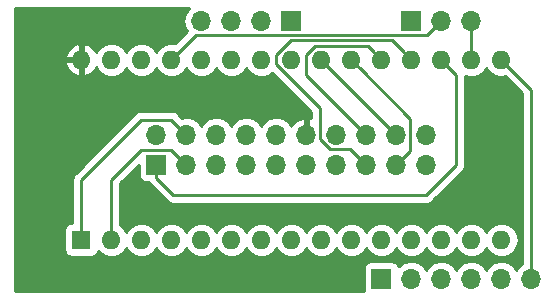
<source format=gbr>
G04 #@! TF.GenerationSoftware,KiCad,Pcbnew,(5.0.2)-1*
G04 #@! TF.CreationDate,2019-02-02T18:03:16-06:00*
G04 #@! TF.ProjectId,CE-Header-Arduino-Nano,43452d48-6561-4646-9572-2d4172647569,1.0*
G04 #@! TF.SameCoordinates,Original*
G04 #@! TF.FileFunction,Copper,L2,Bot*
G04 #@! TF.FilePolarity,Positive*
%FSLAX46Y46*%
G04 Gerber Fmt 4.6, Leading zero omitted, Abs format (unit mm)*
G04 Created by KiCad (PCBNEW (5.0.2)-1) date 2/2/2019 6:03:16 PM*
%MOMM*%
%LPD*%
G01*
G04 APERTURE LIST*
G04 #@! TA.AperFunction,ComponentPad*
%ADD10R,1.600000X1.600000*%
G04 #@! TD*
G04 #@! TA.AperFunction,ComponentPad*
%ADD11O,1.600000X1.600000*%
G04 #@! TD*
G04 #@! TA.AperFunction,ComponentPad*
%ADD12R,1.700000X1.700000*%
G04 #@! TD*
G04 #@! TA.AperFunction,ComponentPad*
%ADD13O,1.700000X1.700000*%
G04 #@! TD*
G04 #@! TA.AperFunction,Conductor*
%ADD14C,0.250000*%
G04 #@! TD*
G04 #@! TA.AperFunction,Conductor*
%ADD15C,0.254000*%
G04 #@! TD*
G04 APERTURE END LIST*
D10*
G04 #@! TO.P,A1,1*
G04 #@! TO.N,/GPIO_D1*
X82550000Y-71120000D03*
D11*
G04 #@! TO.P,A1,17*
G04 #@! TO.N,Net-(A1-Pad17)*
X115570000Y-55880000D03*
G04 #@! TO.P,A1,2*
G04 #@! TO.N,/GPIO_D0*
X85090000Y-71120000D03*
G04 #@! TO.P,A1,18*
G04 #@! TO.N,/PWR_IO*
X113030000Y-55880000D03*
G04 #@! TO.P,A1,3*
G04 #@! TO.N,Net-(A1-Pad3)*
X87630000Y-71120000D03*
G04 #@! TO.P,A1,19*
G04 #@! TO.N,/GPIO_A0*
X110490000Y-55880000D03*
G04 #@! TO.P,A1,4*
G04 #@! TO.N,GND*
X90170000Y-71120000D03*
G04 #@! TO.P,A1,20*
G04 #@! TO.N,/GPIO_A1*
X107950000Y-55880000D03*
G04 #@! TO.P,A1,5*
G04 #@! TO.N,/GPIO_D2*
X92710000Y-71120000D03*
G04 #@! TO.P,A1,21*
G04 #@! TO.N,/GPIO_A2*
X105410000Y-55880000D03*
G04 #@! TO.P,A1,6*
G04 #@! TO.N,/GPIO_D3*
X95250000Y-71120000D03*
G04 #@! TO.P,A1,22*
G04 #@! TO.N,/GPIO_A3*
X102870000Y-55880000D03*
G04 #@! TO.P,A1,7*
G04 #@! TO.N,/GPIO_D4*
X97790000Y-71120000D03*
G04 #@! TO.P,A1,23*
G04 #@! TO.N,Net-(A1-Pad23)*
X100330000Y-55880000D03*
G04 #@! TO.P,A1,8*
G04 #@! TO.N,/GPIO_D5*
X100330000Y-71120000D03*
G04 #@! TO.P,A1,24*
G04 #@! TO.N,Net-(A1-Pad24)*
X97790000Y-55880000D03*
G04 #@! TO.P,A1,9*
G04 #@! TO.N,/GPIO_D6*
X102870000Y-71120000D03*
G04 #@! TO.P,A1,25*
G04 #@! TO.N,Net-(A1-Pad25)*
X95250000Y-55880000D03*
G04 #@! TO.P,A1,10*
G04 #@! TO.N,/GPIO_D7*
X105410000Y-71120000D03*
G04 #@! TO.P,A1,26*
G04 #@! TO.N,Net-(A1-Pad26)*
X92710000Y-55880000D03*
G04 #@! TO.P,A1,11*
G04 #@! TO.N,Net-(A1-Pad11)*
X107950000Y-71120000D03*
G04 #@! TO.P,A1,27*
G04 #@! TO.N,Net-(A1-Pad27)*
X90170000Y-55880000D03*
G04 #@! TO.P,A1,12*
G04 #@! TO.N,Net-(A1-Pad12)*
X110490000Y-71120000D03*
G04 #@! TO.P,A1,28*
G04 #@! TO.N,N/C*
X87630000Y-55880000D03*
G04 #@! TO.P,A1,13*
G04 #@! TO.N,Net-(A1-Pad13)*
X113030000Y-71120000D03*
G04 #@! TO.P,A1,29*
G04 #@! TO.N,GND*
X85090000Y-55880000D03*
G04 #@! TO.P,A1,14*
G04 #@! TO.N,Net-(A1-Pad14)*
X115570000Y-71120000D03*
G04 #@! TO.P,A1,30*
G04 #@! TO.N,/PWR_CORE*
X82550000Y-55880000D03*
G04 #@! TO.P,A1,15*
G04 #@! TO.N,Net-(A1-Pad15)*
X118110000Y-71120000D03*
G04 #@! TO.P,A1,16*
G04 #@! TO.N,Net-(A1-Pad16)*
X118110000Y-55880000D03*
G04 #@! TD*
D12*
G04 #@! TO.P,J1,1*
G04 #@! TO.N,/PWR_IO*
X88900000Y-64770000D03*
D13*
G04 #@! TO.P,J1,2*
G04 #@! TO.N,N/C*
X88900000Y-62230000D03*
G04 #@! TO.P,J1,3*
G04 #@! TO.N,/GPIO_D0*
X91440000Y-64770000D03*
G04 #@! TO.P,J1,4*
G04 #@! TO.N,/GPIO_D1*
X91440000Y-62230000D03*
G04 #@! TO.P,J1,5*
G04 #@! TO.N,/GPIO_D2*
X93980000Y-64770000D03*
G04 #@! TO.P,J1,6*
G04 #@! TO.N,/GPIO_D3*
X93980000Y-62230000D03*
G04 #@! TO.P,J1,7*
G04 #@! TO.N,/GPIO_D4*
X96520000Y-64770000D03*
G04 #@! TO.P,J1,8*
G04 #@! TO.N,/GPIO_D5*
X96520000Y-62230000D03*
G04 #@! TO.P,J1,9*
G04 #@! TO.N,N/C*
X99060000Y-64770000D03*
G04 #@! TO.P,J1,10*
G04 #@! TO.N,GND*
X99060000Y-62230000D03*
G04 #@! TO.P,J1,11*
G04 #@! TO.N,N/C*
X101600000Y-64770000D03*
G04 #@! TO.P,J1,12*
G04 #@! TO.N,/PWR_CORE*
X101600000Y-62230000D03*
G04 #@! TO.P,J1,13*
G04 #@! TO.N,/GPIO_D6*
X104140000Y-64770000D03*
G04 #@! TO.P,J1,14*
G04 #@! TO.N,/GPIO_D7*
X104140000Y-62230000D03*
G04 #@! TO.P,J1,15*
G04 #@! TO.N,/GPIO_A0*
X106680000Y-64770000D03*
G04 #@! TO.P,J1,16*
G04 #@! TO.N,/GPIO_A1*
X106680000Y-62230000D03*
G04 #@! TO.P,J1,17*
G04 #@! TO.N,/GPIO_A2*
X109220000Y-64770000D03*
G04 #@! TO.P,J1,18*
G04 #@! TO.N,/GPIO_A3*
X109220000Y-62230000D03*
G04 #@! TO.P,J1,19*
G04 #@! TO.N,GND*
X111760000Y-64770000D03*
G04 #@! TO.P,J1,20*
G04 #@! TO.N,N/C*
X111760000Y-62230000D03*
G04 #@! TD*
D12*
G04 #@! TO.P,J2,1*
G04 #@! TO.N,GND*
X110490000Y-52578000D03*
D13*
G04 #@! TO.P,J2,2*
G04 #@! TO.N,Net-(A1-Pad27)*
X113030000Y-52578000D03*
G04 #@! TO.P,J2,3*
G04 #@! TO.N,Net-(A1-Pad17)*
X115570000Y-52578000D03*
G04 #@! TD*
D12*
G04 #@! TO.P,J3,1*
G04 #@! TO.N,Net-(A1-Pad11)*
X107950000Y-74422000D03*
D13*
G04 #@! TO.P,J3,2*
G04 #@! TO.N,Net-(A1-Pad12)*
X110490000Y-74422000D03*
G04 #@! TO.P,J3,3*
G04 #@! TO.N,Net-(A1-Pad13)*
X113030000Y-74422000D03*
G04 #@! TO.P,J3,4*
G04 #@! TO.N,Net-(A1-Pad14)*
X115570000Y-74422000D03*
G04 #@! TO.P,J3,5*
G04 #@! TO.N,Net-(A1-Pad15)*
X118110000Y-74422000D03*
G04 #@! TO.P,J3,6*
G04 #@! TO.N,Net-(A1-Pad16)*
X120650000Y-74422000D03*
G04 #@! TD*
D12*
G04 #@! TO.P,J4,1*
G04 #@! TO.N,Net-(A1-Pad23)*
X100330000Y-52578000D03*
D13*
G04 #@! TO.P,J4,2*
G04 #@! TO.N,Net-(A1-Pad24)*
X97790000Y-52578000D03*
G04 #@! TO.P,J4,3*
G04 #@! TO.N,Net-(A1-Pad25)*
X95250000Y-52578000D03*
G04 #@! TO.P,J4,4*
G04 #@! TO.N,Net-(A1-Pad26)*
X92710000Y-52578000D03*
G04 #@! TD*
D14*
G04 #@! TO.N,/GPIO_D1*
X82550000Y-71120000D02*
X82550000Y-66040000D01*
X82550000Y-66040000D02*
X87630000Y-60960000D01*
X90170000Y-60960000D02*
X91440000Y-62230000D01*
X87630000Y-60960000D02*
X90170000Y-60960000D01*
G04 #@! TO.N,Net-(A1-Pad17)*
X115570000Y-52578000D02*
X115570000Y-55880000D01*
G04 #@! TO.N,/GPIO_D0*
X90170000Y-63500000D02*
X91440000Y-64770000D01*
X87630000Y-63500000D02*
X90170000Y-63500000D01*
X85090000Y-71120000D02*
X85090000Y-66040000D01*
X85090000Y-66040000D02*
X87630000Y-63500000D01*
G04 #@! TO.N,/PWR_IO*
X114300000Y-57150000D02*
X113030000Y-55880000D01*
X114300000Y-64770000D02*
X114300000Y-57150000D01*
X111760000Y-67310000D02*
X114300000Y-64770000D01*
X90340000Y-67310000D02*
X111760000Y-67310000D01*
X88900000Y-64770000D02*
X88900000Y-65870000D01*
X88900000Y-65870000D02*
X90340000Y-67310000D01*
G04 #@! TO.N,/GPIO_A0*
X105315001Y-63405001D02*
X103575999Y-63405001D01*
X102775001Y-62604003D02*
X102775001Y-59990003D01*
X100341986Y-54203012D02*
X108813012Y-54203012D01*
X99060000Y-56275002D02*
X99060000Y-55484998D01*
X109690001Y-55080001D02*
X110490000Y-55880000D01*
X102775001Y-59990003D02*
X99060000Y-56275002D01*
X103575999Y-63405001D02*
X102775001Y-62604003D01*
X106680000Y-64770000D02*
X105315001Y-63405001D01*
X108813012Y-54203012D02*
X109690001Y-55080001D01*
X99060000Y-55484998D02*
X100341986Y-54203012D01*
G04 #@! TO.N,/GPIO_A1*
X106680000Y-62230000D02*
X101600000Y-57150000D01*
X107150001Y-55080001D02*
X107950000Y-55880000D01*
X106824999Y-54754999D02*
X107150001Y-55080001D01*
X102329999Y-54754999D02*
X106824999Y-54754999D01*
X101600000Y-55484998D02*
X102329999Y-54754999D01*
X101600000Y-57150000D02*
X101600000Y-55484998D01*
G04 #@! TO.N,/GPIO_A2*
X106209999Y-56679999D02*
X105410000Y-55880000D01*
X110395001Y-60865001D02*
X106209999Y-56679999D01*
X110395001Y-63594999D02*
X110395001Y-60865001D01*
X109220000Y-64770000D02*
X110395001Y-63594999D01*
G04 #@! TO.N,/GPIO_A3*
X109220000Y-62230000D02*
X102870000Y-55880000D01*
G04 #@! TO.N,Net-(A1-Pad27)*
X112180001Y-53427999D02*
X113030000Y-52578000D01*
X111854999Y-53753001D02*
X112180001Y-53427999D01*
X92296999Y-53753001D02*
X111854999Y-53753001D01*
X90170000Y-55880000D02*
X92296999Y-53753001D01*
G04 #@! TO.N,Net-(A1-Pad16)*
X120650000Y-58420000D02*
X120650000Y-74422000D01*
X118110000Y-55880000D02*
X120650000Y-58420000D01*
G04 #@! TD*
D15*
G04 #@! TO.N,/PWR_CORE*
G36*
X91311161Y-51998582D02*
X91195908Y-52578000D01*
X91311161Y-53157418D01*
X91514084Y-53461114D01*
X90493886Y-54481312D01*
X90311333Y-54445000D01*
X90028667Y-54445000D01*
X89610091Y-54528260D01*
X89135423Y-54845423D01*
X88900000Y-55197758D01*
X88664577Y-54845423D01*
X88189909Y-54528260D01*
X87771333Y-54445000D01*
X87488667Y-54445000D01*
X87070091Y-54528260D01*
X86595423Y-54845423D01*
X86360000Y-55197758D01*
X86124577Y-54845423D01*
X85649909Y-54528260D01*
X85231333Y-54445000D01*
X84948667Y-54445000D01*
X84530091Y-54528260D01*
X84055423Y-54845423D01*
X83799053Y-55229108D01*
X83702389Y-55024866D01*
X83287423Y-54648959D01*
X82899039Y-54488096D01*
X82677000Y-54610085D01*
X82677000Y-55753000D01*
X82697000Y-55753000D01*
X82697000Y-56007000D01*
X82677000Y-56007000D01*
X82677000Y-57149915D01*
X82899039Y-57271904D01*
X83287423Y-57111041D01*
X83702389Y-56735134D01*
X83799053Y-56530892D01*
X84055423Y-56914577D01*
X84530091Y-57231740D01*
X84948667Y-57315000D01*
X85231333Y-57315000D01*
X85649909Y-57231740D01*
X86124577Y-56914577D01*
X86360000Y-56562242D01*
X86595423Y-56914577D01*
X87070091Y-57231740D01*
X87488667Y-57315000D01*
X87771333Y-57315000D01*
X88189909Y-57231740D01*
X88664577Y-56914577D01*
X88900000Y-56562242D01*
X89135423Y-56914577D01*
X89610091Y-57231740D01*
X90028667Y-57315000D01*
X90311333Y-57315000D01*
X90729909Y-57231740D01*
X91204577Y-56914577D01*
X91440000Y-56562242D01*
X91675423Y-56914577D01*
X92150091Y-57231740D01*
X92568667Y-57315000D01*
X92851333Y-57315000D01*
X93269909Y-57231740D01*
X93744577Y-56914577D01*
X93980000Y-56562242D01*
X94215423Y-56914577D01*
X94690091Y-57231740D01*
X95108667Y-57315000D01*
X95391333Y-57315000D01*
X95809909Y-57231740D01*
X96284577Y-56914577D01*
X96520000Y-56562242D01*
X96755423Y-56914577D01*
X97230091Y-57231740D01*
X97648667Y-57315000D01*
X97931333Y-57315000D01*
X98349909Y-57231740D01*
X98704804Y-56994607D01*
X102015002Y-60304806D01*
X102015002Y-60812593D01*
X101956890Y-60788524D01*
X101727000Y-60909845D01*
X101727000Y-62103000D01*
X101747000Y-62103000D01*
X101747000Y-62357000D01*
X101727000Y-62357000D01*
X101727000Y-62377000D01*
X101473000Y-62377000D01*
X101473000Y-62357000D01*
X101453000Y-62357000D01*
X101453000Y-62103000D01*
X101473000Y-62103000D01*
X101473000Y-60909845D01*
X101243110Y-60788524D01*
X100833076Y-60958355D01*
X100404817Y-61348642D01*
X100343843Y-61478478D01*
X100130625Y-61159375D01*
X99639418Y-60831161D01*
X99206256Y-60745000D01*
X98913744Y-60745000D01*
X98480582Y-60831161D01*
X97989375Y-61159375D01*
X97790000Y-61457761D01*
X97590625Y-61159375D01*
X97099418Y-60831161D01*
X96666256Y-60745000D01*
X96373744Y-60745000D01*
X95940582Y-60831161D01*
X95449375Y-61159375D01*
X95250000Y-61457761D01*
X95050625Y-61159375D01*
X94559418Y-60831161D01*
X94126256Y-60745000D01*
X93833744Y-60745000D01*
X93400582Y-60831161D01*
X92909375Y-61159375D01*
X92710000Y-61457761D01*
X92510625Y-61159375D01*
X92019418Y-60831161D01*
X91586256Y-60745000D01*
X91293744Y-60745000D01*
X91073592Y-60788791D01*
X90760331Y-60475530D01*
X90717929Y-60412071D01*
X90466537Y-60244096D01*
X90244852Y-60200000D01*
X90244847Y-60200000D01*
X90170000Y-60185112D01*
X90095153Y-60200000D01*
X87704847Y-60200000D01*
X87630000Y-60185112D01*
X87555153Y-60200000D01*
X87555148Y-60200000D01*
X87333463Y-60244096D01*
X87082071Y-60412071D01*
X87039671Y-60475527D01*
X82065528Y-65449671D01*
X82002072Y-65492071D01*
X81959672Y-65555527D01*
X81959671Y-65555528D01*
X81834097Y-65743463D01*
X81775112Y-66040000D01*
X81790001Y-66114852D01*
X81790000Y-69672560D01*
X81750000Y-69672560D01*
X81502235Y-69721843D01*
X81292191Y-69862191D01*
X81151843Y-70072235D01*
X81102560Y-70320000D01*
X81102560Y-71920000D01*
X81151843Y-72167765D01*
X81292191Y-72377809D01*
X81502235Y-72518157D01*
X81750000Y-72567440D01*
X83350000Y-72567440D01*
X83597765Y-72518157D01*
X83807809Y-72377809D01*
X83948157Y-72167765D01*
X83974785Y-72033894D01*
X84055423Y-72154577D01*
X84530091Y-72471740D01*
X84948667Y-72555000D01*
X85231333Y-72555000D01*
X85649909Y-72471740D01*
X86124577Y-72154577D01*
X86360000Y-71802242D01*
X86595423Y-72154577D01*
X87070091Y-72471740D01*
X87488667Y-72555000D01*
X87771333Y-72555000D01*
X88189909Y-72471740D01*
X88664577Y-72154577D01*
X88900000Y-71802242D01*
X89135423Y-72154577D01*
X89610091Y-72471740D01*
X90028667Y-72555000D01*
X90311333Y-72555000D01*
X90729909Y-72471740D01*
X91204577Y-72154577D01*
X91440000Y-71802242D01*
X91675423Y-72154577D01*
X92150091Y-72471740D01*
X92568667Y-72555000D01*
X92851333Y-72555000D01*
X93269909Y-72471740D01*
X93744577Y-72154577D01*
X93980000Y-71802242D01*
X94215423Y-72154577D01*
X94690091Y-72471740D01*
X95108667Y-72555000D01*
X95391333Y-72555000D01*
X95809909Y-72471740D01*
X96284577Y-72154577D01*
X96520000Y-71802242D01*
X96755423Y-72154577D01*
X97230091Y-72471740D01*
X97648667Y-72555000D01*
X97931333Y-72555000D01*
X98349909Y-72471740D01*
X98824577Y-72154577D01*
X99060000Y-71802242D01*
X99295423Y-72154577D01*
X99770091Y-72471740D01*
X100188667Y-72555000D01*
X100471333Y-72555000D01*
X100889909Y-72471740D01*
X101364577Y-72154577D01*
X101600000Y-71802242D01*
X101835423Y-72154577D01*
X102310091Y-72471740D01*
X102728667Y-72555000D01*
X103011333Y-72555000D01*
X103429909Y-72471740D01*
X103904577Y-72154577D01*
X104140000Y-71802242D01*
X104375423Y-72154577D01*
X104850091Y-72471740D01*
X105268667Y-72555000D01*
X105551333Y-72555000D01*
X105969909Y-72471740D01*
X106444577Y-72154577D01*
X106680000Y-71802242D01*
X106915423Y-72154577D01*
X107390091Y-72471740D01*
X107808667Y-72555000D01*
X108091333Y-72555000D01*
X108509909Y-72471740D01*
X108984577Y-72154577D01*
X109220000Y-71802242D01*
X109455423Y-72154577D01*
X109930091Y-72471740D01*
X110348667Y-72555000D01*
X110631333Y-72555000D01*
X111049909Y-72471740D01*
X111524577Y-72154577D01*
X111760000Y-71802242D01*
X111995423Y-72154577D01*
X112470091Y-72471740D01*
X112888667Y-72555000D01*
X113171333Y-72555000D01*
X113589909Y-72471740D01*
X114064577Y-72154577D01*
X114300000Y-71802242D01*
X114535423Y-72154577D01*
X115010091Y-72471740D01*
X115428667Y-72555000D01*
X115711333Y-72555000D01*
X116129909Y-72471740D01*
X116604577Y-72154577D01*
X116840000Y-71802242D01*
X117075423Y-72154577D01*
X117550091Y-72471740D01*
X117968667Y-72555000D01*
X118251333Y-72555000D01*
X118669909Y-72471740D01*
X119144577Y-72154577D01*
X119461740Y-71679909D01*
X119573113Y-71120000D01*
X119461740Y-70560091D01*
X119144577Y-70085423D01*
X118669909Y-69768260D01*
X118251333Y-69685000D01*
X117968667Y-69685000D01*
X117550091Y-69768260D01*
X117075423Y-70085423D01*
X116840000Y-70437758D01*
X116604577Y-70085423D01*
X116129909Y-69768260D01*
X115711333Y-69685000D01*
X115428667Y-69685000D01*
X115010091Y-69768260D01*
X114535423Y-70085423D01*
X114300000Y-70437758D01*
X114064577Y-70085423D01*
X113589909Y-69768260D01*
X113171333Y-69685000D01*
X112888667Y-69685000D01*
X112470091Y-69768260D01*
X111995423Y-70085423D01*
X111760000Y-70437758D01*
X111524577Y-70085423D01*
X111049909Y-69768260D01*
X110631333Y-69685000D01*
X110348667Y-69685000D01*
X109930091Y-69768260D01*
X109455423Y-70085423D01*
X109220000Y-70437758D01*
X108984577Y-70085423D01*
X108509909Y-69768260D01*
X108091333Y-69685000D01*
X107808667Y-69685000D01*
X107390091Y-69768260D01*
X106915423Y-70085423D01*
X106680000Y-70437758D01*
X106444577Y-70085423D01*
X105969909Y-69768260D01*
X105551333Y-69685000D01*
X105268667Y-69685000D01*
X104850091Y-69768260D01*
X104375423Y-70085423D01*
X104140000Y-70437758D01*
X103904577Y-70085423D01*
X103429909Y-69768260D01*
X103011333Y-69685000D01*
X102728667Y-69685000D01*
X102310091Y-69768260D01*
X101835423Y-70085423D01*
X101600000Y-70437758D01*
X101364577Y-70085423D01*
X100889909Y-69768260D01*
X100471333Y-69685000D01*
X100188667Y-69685000D01*
X99770091Y-69768260D01*
X99295423Y-70085423D01*
X99060000Y-70437758D01*
X98824577Y-70085423D01*
X98349909Y-69768260D01*
X97931333Y-69685000D01*
X97648667Y-69685000D01*
X97230091Y-69768260D01*
X96755423Y-70085423D01*
X96520000Y-70437758D01*
X96284577Y-70085423D01*
X95809909Y-69768260D01*
X95391333Y-69685000D01*
X95108667Y-69685000D01*
X94690091Y-69768260D01*
X94215423Y-70085423D01*
X93980000Y-70437758D01*
X93744577Y-70085423D01*
X93269909Y-69768260D01*
X92851333Y-69685000D01*
X92568667Y-69685000D01*
X92150091Y-69768260D01*
X91675423Y-70085423D01*
X91440000Y-70437758D01*
X91204577Y-70085423D01*
X90729909Y-69768260D01*
X90311333Y-69685000D01*
X90028667Y-69685000D01*
X89610091Y-69768260D01*
X89135423Y-70085423D01*
X88900000Y-70437758D01*
X88664577Y-70085423D01*
X88189909Y-69768260D01*
X87771333Y-69685000D01*
X87488667Y-69685000D01*
X87070091Y-69768260D01*
X86595423Y-70085423D01*
X86360000Y-70437758D01*
X86124577Y-70085423D01*
X85850000Y-69901957D01*
X85850000Y-66354801D01*
X87402560Y-64802242D01*
X87402560Y-65620000D01*
X87451843Y-65867765D01*
X87592191Y-66077809D01*
X87802235Y-66218157D01*
X88050000Y-66267440D01*
X88251518Y-66267440D01*
X88297688Y-66336537D01*
X88352072Y-66417929D01*
X88415528Y-66460329D01*
X89749671Y-67794473D01*
X89792071Y-67857929D01*
X90043463Y-68025904D01*
X90265148Y-68070000D01*
X90265152Y-68070000D01*
X90340000Y-68084888D01*
X90414848Y-68070000D01*
X111685153Y-68070000D01*
X111760000Y-68084888D01*
X111834847Y-68070000D01*
X111834852Y-68070000D01*
X112056537Y-68025904D01*
X112307929Y-67857929D01*
X112350331Y-67794470D01*
X114784476Y-65360327D01*
X114847929Y-65317929D01*
X114890327Y-65254476D01*
X114890329Y-65254474D01*
X115015903Y-65066538D01*
X115015904Y-65066537D01*
X115060000Y-64844852D01*
X115060000Y-64844848D01*
X115074888Y-64770001D01*
X115060000Y-64695154D01*
X115060000Y-57241668D01*
X115428667Y-57315000D01*
X115711333Y-57315000D01*
X116129909Y-57231740D01*
X116604577Y-56914577D01*
X116840000Y-56562242D01*
X117075423Y-56914577D01*
X117550091Y-57231740D01*
X117968667Y-57315000D01*
X118251333Y-57315000D01*
X118433886Y-57278688D01*
X119890000Y-58734803D01*
X119890001Y-73143821D01*
X119579375Y-73351375D01*
X119380000Y-73649761D01*
X119180625Y-73351375D01*
X118689418Y-73023161D01*
X118256256Y-72937000D01*
X117963744Y-72937000D01*
X117530582Y-73023161D01*
X117039375Y-73351375D01*
X116840000Y-73649761D01*
X116640625Y-73351375D01*
X116149418Y-73023161D01*
X115716256Y-72937000D01*
X115423744Y-72937000D01*
X114990582Y-73023161D01*
X114499375Y-73351375D01*
X114300000Y-73649761D01*
X114100625Y-73351375D01*
X113609418Y-73023161D01*
X113176256Y-72937000D01*
X112883744Y-72937000D01*
X112450582Y-73023161D01*
X111959375Y-73351375D01*
X111760000Y-73649761D01*
X111560625Y-73351375D01*
X111069418Y-73023161D01*
X110636256Y-72937000D01*
X110343744Y-72937000D01*
X109910582Y-73023161D01*
X109419375Y-73351375D01*
X109407184Y-73369619D01*
X109398157Y-73324235D01*
X109257809Y-73114191D01*
X109047765Y-72973843D01*
X108800000Y-72924560D01*
X107100000Y-72924560D01*
X106852235Y-72973843D01*
X106642191Y-73114191D01*
X106501843Y-73324235D01*
X106452560Y-73572000D01*
X106452560Y-75272000D01*
X106495922Y-75490000D01*
X76910000Y-75490000D01*
X76910000Y-56229041D01*
X81158086Y-56229041D01*
X81397611Y-56735134D01*
X81812577Y-57111041D01*
X82200961Y-57271904D01*
X82423000Y-57149915D01*
X82423000Y-56007000D01*
X81279371Y-56007000D01*
X81158086Y-56229041D01*
X76910000Y-56229041D01*
X76910000Y-55530959D01*
X81158086Y-55530959D01*
X81279371Y-55753000D01*
X82423000Y-55753000D01*
X82423000Y-54610085D01*
X82200961Y-54488096D01*
X81812577Y-54648959D01*
X81397611Y-55024866D01*
X81158086Y-55530959D01*
X76910000Y-55530959D01*
X76910000Y-51510000D01*
X91637621Y-51510000D01*
X91311161Y-51998582D01*
X91311161Y-51998582D01*
G37*
X91311161Y-51998582D02*
X91195908Y-52578000D01*
X91311161Y-53157418D01*
X91514084Y-53461114D01*
X90493886Y-54481312D01*
X90311333Y-54445000D01*
X90028667Y-54445000D01*
X89610091Y-54528260D01*
X89135423Y-54845423D01*
X88900000Y-55197758D01*
X88664577Y-54845423D01*
X88189909Y-54528260D01*
X87771333Y-54445000D01*
X87488667Y-54445000D01*
X87070091Y-54528260D01*
X86595423Y-54845423D01*
X86360000Y-55197758D01*
X86124577Y-54845423D01*
X85649909Y-54528260D01*
X85231333Y-54445000D01*
X84948667Y-54445000D01*
X84530091Y-54528260D01*
X84055423Y-54845423D01*
X83799053Y-55229108D01*
X83702389Y-55024866D01*
X83287423Y-54648959D01*
X82899039Y-54488096D01*
X82677000Y-54610085D01*
X82677000Y-55753000D01*
X82697000Y-55753000D01*
X82697000Y-56007000D01*
X82677000Y-56007000D01*
X82677000Y-57149915D01*
X82899039Y-57271904D01*
X83287423Y-57111041D01*
X83702389Y-56735134D01*
X83799053Y-56530892D01*
X84055423Y-56914577D01*
X84530091Y-57231740D01*
X84948667Y-57315000D01*
X85231333Y-57315000D01*
X85649909Y-57231740D01*
X86124577Y-56914577D01*
X86360000Y-56562242D01*
X86595423Y-56914577D01*
X87070091Y-57231740D01*
X87488667Y-57315000D01*
X87771333Y-57315000D01*
X88189909Y-57231740D01*
X88664577Y-56914577D01*
X88900000Y-56562242D01*
X89135423Y-56914577D01*
X89610091Y-57231740D01*
X90028667Y-57315000D01*
X90311333Y-57315000D01*
X90729909Y-57231740D01*
X91204577Y-56914577D01*
X91440000Y-56562242D01*
X91675423Y-56914577D01*
X92150091Y-57231740D01*
X92568667Y-57315000D01*
X92851333Y-57315000D01*
X93269909Y-57231740D01*
X93744577Y-56914577D01*
X93980000Y-56562242D01*
X94215423Y-56914577D01*
X94690091Y-57231740D01*
X95108667Y-57315000D01*
X95391333Y-57315000D01*
X95809909Y-57231740D01*
X96284577Y-56914577D01*
X96520000Y-56562242D01*
X96755423Y-56914577D01*
X97230091Y-57231740D01*
X97648667Y-57315000D01*
X97931333Y-57315000D01*
X98349909Y-57231740D01*
X98704804Y-56994607D01*
X102015002Y-60304806D01*
X102015002Y-60812593D01*
X101956890Y-60788524D01*
X101727000Y-60909845D01*
X101727000Y-62103000D01*
X101747000Y-62103000D01*
X101747000Y-62357000D01*
X101727000Y-62357000D01*
X101727000Y-62377000D01*
X101473000Y-62377000D01*
X101473000Y-62357000D01*
X101453000Y-62357000D01*
X101453000Y-62103000D01*
X101473000Y-62103000D01*
X101473000Y-60909845D01*
X101243110Y-60788524D01*
X100833076Y-60958355D01*
X100404817Y-61348642D01*
X100343843Y-61478478D01*
X100130625Y-61159375D01*
X99639418Y-60831161D01*
X99206256Y-60745000D01*
X98913744Y-60745000D01*
X98480582Y-60831161D01*
X97989375Y-61159375D01*
X97790000Y-61457761D01*
X97590625Y-61159375D01*
X97099418Y-60831161D01*
X96666256Y-60745000D01*
X96373744Y-60745000D01*
X95940582Y-60831161D01*
X95449375Y-61159375D01*
X95250000Y-61457761D01*
X95050625Y-61159375D01*
X94559418Y-60831161D01*
X94126256Y-60745000D01*
X93833744Y-60745000D01*
X93400582Y-60831161D01*
X92909375Y-61159375D01*
X92710000Y-61457761D01*
X92510625Y-61159375D01*
X92019418Y-60831161D01*
X91586256Y-60745000D01*
X91293744Y-60745000D01*
X91073592Y-60788791D01*
X90760331Y-60475530D01*
X90717929Y-60412071D01*
X90466537Y-60244096D01*
X90244852Y-60200000D01*
X90244847Y-60200000D01*
X90170000Y-60185112D01*
X90095153Y-60200000D01*
X87704847Y-60200000D01*
X87630000Y-60185112D01*
X87555153Y-60200000D01*
X87555148Y-60200000D01*
X87333463Y-60244096D01*
X87082071Y-60412071D01*
X87039671Y-60475527D01*
X82065528Y-65449671D01*
X82002072Y-65492071D01*
X81959672Y-65555527D01*
X81959671Y-65555528D01*
X81834097Y-65743463D01*
X81775112Y-66040000D01*
X81790001Y-66114852D01*
X81790000Y-69672560D01*
X81750000Y-69672560D01*
X81502235Y-69721843D01*
X81292191Y-69862191D01*
X81151843Y-70072235D01*
X81102560Y-70320000D01*
X81102560Y-71920000D01*
X81151843Y-72167765D01*
X81292191Y-72377809D01*
X81502235Y-72518157D01*
X81750000Y-72567440D01*
X83350000Y-72567440D01*
X83597765Y-72518157D01*
X83807809Y-72377809D01*
X83948157Y-72167765D01*
X83974785Y-72033894D01*
X84055423Y-72154577D01*
X84530091Y-72471740D01*
X84948667Y-72555000D01*
X85231333Y-72555000D01*
X85649909Y-72471740D01*
X86124577Y-72154577D01*
X86360000Y-71802242D01*
X86595423Y-72154577D01*
X87070091Y-72471740D01*
X87488667Y-72555000D01*
X87771333Y-72555000D01*
X88189909Y-72471740D01*
X88664577Y-72154577D01*
X88900000Y-71802242D01*
X89135423Y-72154577D01*
X89610091Y-72471740D01*
X90028667Y-72555000D01*
X90311333Y-72555000D01*
X90729909Y-72471740D01*
X91204577Y-72154577D01*
X91440000Y-71802242D01*
X91675423Y-72154577D01*
X92150091Y-72471740D01*
X92568667Y-72555000D01*
X92851333Y-72555000D01*
X93269909Y-72471740D01*
X93744577Y-72154577D01*
X93980000Y-71802242D01*
X94215423Y-72154577D01*
X94690091Y-72471740D01*
X95108667Y-72555000D01*
X95391333Y-72555000D01*
X95809909Y-72471740D01*
X96284577Y-72154577D01*
X96520000Y-71802242D01*
X96755423Y-72154577D01*
X97230091Y-72471740D01*
X97648667Y-72555000D01*
X97931333Y-72555000D01*
X98349909Y-72471740D01*
X98824577Y-72154577D01*
X99060000Y-71802242D01*
X99295423Y-72154577D01*
X99770091Y-72471740D01*
X100188667Y-72555000D01*
X100471333Y-72555000D01*
X100889909Y-72471740D01*
X101364577Y-72154577D01*
X101600000Y-71802242D01*
X101835423Y-72154577D01*
X102310091Y-72471740D01*
X102728667Y-72555000D01*
X103011333Y-72555000D01*
X103429909Y-72471740D01*
X103904577Y-72154577D01*
X104140000Y-71802242D01*
X104375423Y-72154577D01*
X104850091Y-72471740D01*
X105268667Y-72555000D01*
X105551333Y-72555000D01*
X105969909Y-72471740D01*
X106444577Y-72154577D01*
X106680000Y-71802242D01*
X106915423Y-72154577D01*
X107390091Y-72471740D01*
X107808667Y-72555000D01*
X108091333Y-72555000D01*
X108509909Y-72471740D01*
X108984577Y-72154577D01*
X109220000Y-71802242D01*
X109455423Y-72154577D01*
X109930091Y-72471740D01*
X110348667Y-72555000D01*
X110631333Y-72555000D01*
X111049909Y-72471740D01*
X111524577Y-72154577D01*
X111760000Y-71802242D01*
X111995423Y-72154577D01*
X112470091Y-72471740D01*
X112888667Y-72555000D01*
X113171333Y-72555000D01*
X113589909Y-72471740D01*
X114064577Y-72154577D01*
X114300000Y-71802242D01*
X114535423Y-72154577D01*
X115010091Y-72471740D01*
X115428667Y-72555000D01*
X115711333Y-72555000D01*
X116129909Y-72471740D01*
X116604577Y-72154577D01*
X116840000Y-71802242D01*
X117075423Y-72154577D01*
X117550091Y-72471740D01*
X117968667Y-72555000D01*
X118251333Y-72555000D01*
X118669909Y-72471740D01*
X119144577Y-72154577D01*
X119461740Y-71679909D01*
X119573113Y-71120000D01*
X119461740Y-70560091D01*
X119144577Y-70085423D01*
X118669909Y-69768260D01*
X118251333Y-69685000D01*
X117968667Y-69685000D01*
X117550091Y-69768260D01*
X117075423Y-70085423D01*
X116840000Y-70437758D01*
X116604577Y-70085423D01*
X116129909Y-69768260D01*
X115711333Y-69685000D01*
X115428667Y-69685000D01*
X115010091Y-69768260D01*
X114535423Y-70085423D01*
X114300000Y-70437758D01*
X114064577Y-70085423D01*
X113589909Y-69768260D01*
X113171333Y-69685000D01*
X112888667Y-69685000D01*
X112470091Y-69768260D01*
X111995423Y-70085423D01*
X111760000Y-70437758D01*
X111524577Y-70085423D01*
X111049909Y-69768260D01*
X110631333Y-69685000D01*
X110348667Y-69685000D01*
X109930091Y-69768260D01*
X109455423Y-70085423D01*
X109220000Y-70437758D01*
X108984577Y-70085423D01*
X108509909Y-69768260D01*
X108091333Y-69685000D01*
X107808667Y-69685000D01*
X107390091Y-69768260D01*
X106915423Y-70085423D01*
X106680000Y-70437758D01*
X106444577Y-70085423D01*
X105969909Y-69768260D01*
X105551333Y-69685000D01*
X105268667Y-69685000D01*
X104850091Y-69768260D01*
X104375423Y-70085423D01*
X104140000Y-70437758D01*
X103904577Y-70085423D01*
X103429909Y-69768260D01*
X103011333Y-69685000D01*
X102728667Y-69685000D01*
X102310091Y-69768260D01*
X101835423Y-70085423D01*
X101600000Y-70437758D01*
X101364577Y-70085423D01*
X100889909Y-69768260D01*
X100471333Y-69685000D01*
X100188667Y-69685000D01*
X99770091Y-69768260D01*
X99295423Y-70085423D01*
X99060000Y-70437758D01*
X98824577Y-70085423D01*
X98349909Y-69768260D01*
X97931333Y-69685000D01*
X97648667Y-69685000D01*
X97230091Y-69768260D01*
X96755423Y-70085423D01*
X96520000Y-70437758D01*
X96284577Y-70085423D01*
X95809909Y-69768260D01*
X95391333Y-69685000D01*
X95108667Y-69685000D01*
X94690091Y-69768260D01*
X94215423Y-70085423D01*
X93980000Y-70437758D01*
X93744577Y-70085423D01*
X93269909Y-69768260D01*
X92851333Y-69685000D01*
X92568667Y-69685000D01*
X92150091Y-69768260D01*
X91675423Y-70085423D01*
X91440000Y-70437758D01*
X91204577Y-70085423D01*
X90729909Y-69768260D01*
X90311333Y-69685000D01*
X90028667Y-69685000D01*
X89610091Y-69768260D01*
X89135423Y-70085423D01*
X88900000Y-70437758D01*
X88664577Y-70085423D01*
X88189909Y-69768260D01*
X87771333Y-69685000D01*
X87488667Y-69685000D01*
X87070091Y-69768260D01*
X86595423Y-70085423D01*
X86360000Y-70437758D01*
X86124577Y-70085423D01*
X85850000Y-69901957D01*
X85850000Y-66354801D01*
X87402560Y-64802242D01*
X87402560Y-65620000D01*
X87451843Y-65867765D01*
X87592191Y-66077809D01*
X87802235Y-66218157D01*
X88050000Y-66267440D01*
X88251518Y-66267440D01*
X88297688Y-66336537D01*
X88352072Y-66417929D01*
X88415528Y-66460329D01*
X89749671Y-67794473D01*
X89792071Y-67857929D01*
X90043463Y-68025904D01*
X90265148Y-68070000D01*
X90265152Y-68070000D01*
X90340000Y-68084888D01*
X90414848Y-68070000D01*
X111685153Y-68070000D01*
X111760000Y-68084888D01*
X111834847Y-68070000D01*
X111834852Y-68070000D01*
X112056537Y-68025904D01*
X112307929Y-67857929D01*
X112350331Y-67794470D01*
X114784476Y-65360327D01*
X114847929Y-65317929D01*
X114890327Y-65254476D01*
X114890329Y-65254474D01*
X115015903Y-65066538D01*
X115015904Y-65066537D01*
X115060000Y-64844852D01*
X115060000Y-64844848D01*
X115074888Y-64770001D01*
X115060000Y-64695154D01*
X115060000Y-57241668D01*
X115428667Y-57315000D01*
X115711333Y-57315000D01*
X116129909Y-57231740D01*
X116604577Y-56914577D01*
X116840000Y-56562242D01*
X117075423Y-56914577D01*
X117550091Y-57231740D01*
X117968667Y-57315000D01*
X118251333Y-57315000D01*
X118433886Y-57278688D01*
X119890000Y-58734803D01*
X119890001Y-73143821D01*
X119579375Y-73351375D01*
X119380000Y-73649761D01*
X119180625Y-73351375D01*
X118689418Y-73023161D01*
X118256256Y-72937000D01*
X117963744Y-72937000D01*
X117530582Y-73023161D01*
X117039375Y-73351375D01*
X116840000Y-73649761D01*
X116640625Y-73351375D01*
X116149418Y-73023161D01*
X115716256Y-72937000D01*
X115423744Y-72937000D01*
X114990582Y-73023161D01*
X114499375Y-73351375D01*
X114300000Y-73649761D01*
X114100625Y-73351375D01*
X113609418Y-73023161D01*
X113176256Y-72937000D01*
X112883744Y-72937000D01*
X112450582Y-73023161D01*
X111959375Y-73351375D01*
X111760000Y-73649761D01*
X111560625Y-73351375D01*
X111069418Y-73023161D01*
X110636256Y-72937000D01*
X110343744Y-72937000D01*
X109910582Y-73023161D01*
X109419375Y-73351375D01*
X109407184Y-73369619D01*
X109398157Y-73324235D01*
X109257809Y-73114191D01*
X109047765Y-72973843D01*
X108800000Y-72924560D01*
X107100000Y-72924560D01*
X106852235Y-72973843D01*
X106642191Y-73114191D01*
X106501843Y-73324235D01*
X106452560Y-73572000D01*
X106452560Y-75272000D01*
X106495922Y-75490000D01*
X76910000Y-75490000D01*
X76910000Y-56229041D01*
X81158086Y-56229041D01*
X81397611Y-56735134D01*
X81812577Y-57111041D01*
X82200961Y-57271904D01*
X82423000Y-57149915D01*
X82423000Y-56007000D01*
X81279371Y-56007000D01*
X81158086Y-56229041D01*
X76910000Y-56229041D01*
X76910000Y-55530959D01*
X81158086Y-55530959D01*
X81279371Y-55753000D01*
X82423000Y-55753000D01*
X82423000Y-54610085D01*
X82200961Y-54488096D01*
X81812577Y-54648959D01*
X81397611Y-55024866D01*
X81158086Y-55530959D01*
X76910000Y-55530959D01*
X76910000Y-51510000D01*
X91637621Y-51510000D01*
X91311161Y-51998582D01*
G04 #@! TD*
M02*

</source>
